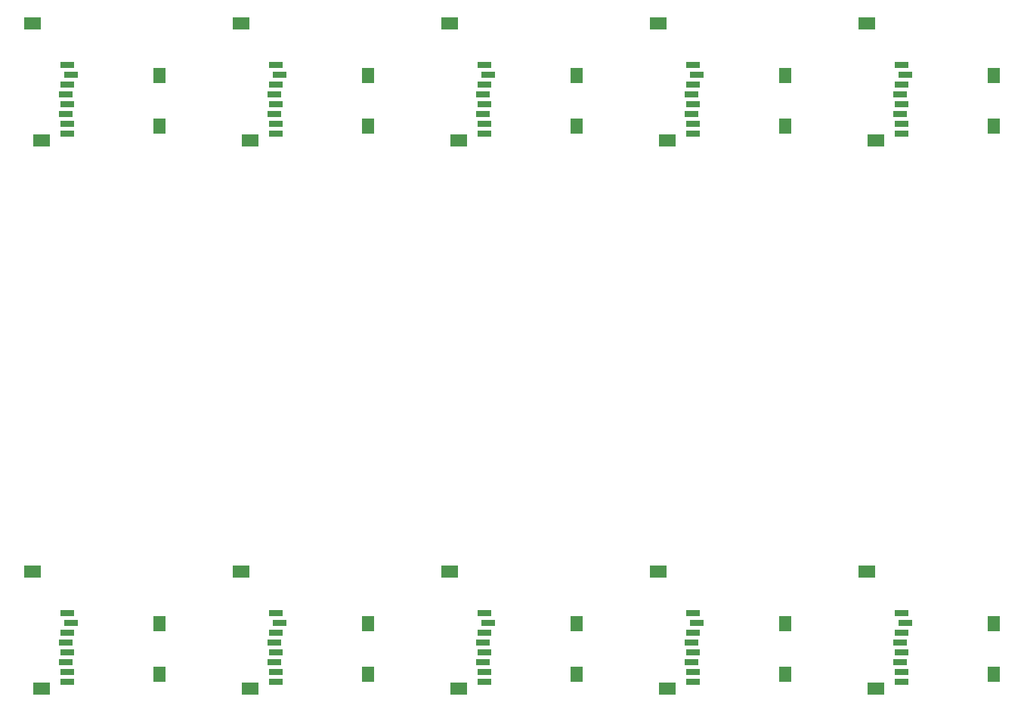
<source format=gbp>
G04 EAGLE Gerber RS-274X export*
G75*
%MOMM*%
%FSLAX34Y34*%
%LPD*%
%INSolderpaste Bottom*%
%IPPOS*%
%AMOC8*
5,1,8,0,0,1.08239X$1,22.5*%
G01*
%ADD10R,1.400000X1.800000*%
%ADD11R,1.900000X1.400000*%
%ADD12R,1.500000X0.800000*%


D10*
X178880Y154970D03*
X178880Y97970D03*
D11*
X47380Y81970D03*
X37380Y213470D03*
D12*
X75880Y166870D03*
X79880Y155870D03*
X75880Y144870D03*
X73880Y133870D03*
X75880Y122870D03*
X73880Y111870D03*
X75880Y100870D03*
X75880Y89870D03*
D10*
X412560Y154970D03*
X412560Y97970D03*
D11*
X281060Y81970D03*
X271060Y213470D03*
D12*
X309560Y166870D03*
X313560Y155870D03*
X309560Y144870D03*
X307560Y133870D03*
X309560Y122870D03*
X307560Y111870D03*
X309560Y100870D03*
X309560Y89870D03*
D10*
X646240Y154970D03*
X646240Y97970D03*
D11*
X514740Y81970D03*
X504740Y213470D03*
D12*
X543240Y166870D03*
X547240Y155870D03*
X543240Y144870D03*
X541240Y133870D03*
X543240Y122870D03*
X541240Y111870D03*
X543240Y100870D03*
X543240Y89870D03*
D10*
X879920Y154970D03*
X879920Y97970D03*
D11*
X748420Y81970D03*
X738420Y213470D03*
D12*
X776920Y166870D03*
X780920Y155870D03*
X776920Y144870D03*
X774920Y133870D03*
X776920Y122870D03*
X774920Y111870D03*
X776920Y100870D03*
X776920Y89870D03*
D10*
X1113600Y154970D03*
X1113600Y97970D03*
D11*
X982100Y81970D03*
X972100Y213470D03*
D12*
X1010600Y166870D03*
X1014600Y155870D03*
X1010600Y144870D03*
X1008600Y133870D03*
X1010600Y122870D03*
X1008600Y111870D03*
X1010600Y100870D03*
X1010600Y89870D03*
D10*
X178880Y769650D03*
X178880Y712650D03*
D11*
X47380Y696650D03*
X37380Y828150D03*
D12*
X75880Y781550D03*
X79880Y770550D03*
X75880Y759550D03*
X73880Y748550D03*
X75880Y737550D03*
X73880Y726550D03*
X75880Y715550D03*
X75880Y704550D03*
D10*
X412560Y769650D03*
X412560Y712650D03*
D11*
X281060Y696650D03*
X271060Y828150D03*
D12*
X309560Y781550D03*
X313560Y770550D03*
X309560Y759550D03*
X307560Y748550D03*
X309560Y737550D03*
X307560Y726550D03*
X309560Y715550D03*
X309560Y704550D03*
D10*
X646240Y769650D03*
X646240Y712650D03*
D11*
X514740Y696650D03*
X504740Y828150D03*
D12*
X543240Y781550D03*
X547240Y770550D03*
X543240Y759550D03*
X541240Y748550D03*
X543240Y737550D03*
X541240Y726550D03*
X543240Y715550D03*
X543240Y704550D03*
D10*
X879920Y769650D03*
X879920Y712650D03*
D11*
X748420Y696650D03*
X738420Y828150D03*
D12*
X776920Y781550D03*
X780920Y770550D03*
X776920Y759550D03*
X774920Y748550D03*
X776920Y737550D03*
X774920Y726550D03*
X776920Y715550D03*
X776920Y704550D03*
D10*
X1113600Y769650D03*
X1113600Y712650D03*
D11*
X982100Y696650D03*
X972100Y828150D03*
D12*
X1010600Y781550D03*
X1014600Y770550D03*
X1010600Y759550D03*
X1008600Y748550D03*
X1010600Y737550D03*
X1008600Y726550D03*
X1010600Y715550D03*
X1010600Y704550D03*
M02*

</source>
